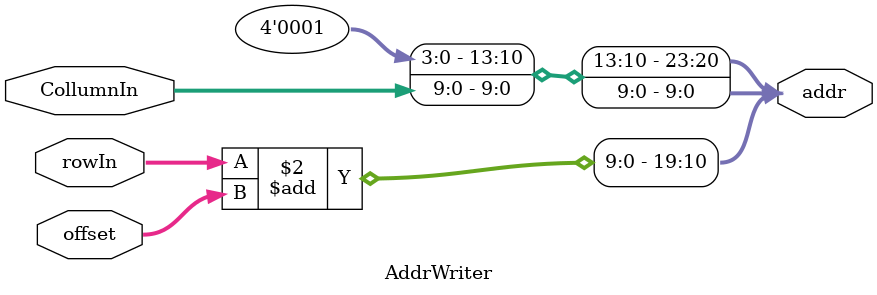
<source format=v>
module AddrWriter(
    input [9:0] rowIn,       
    input [9:0] CollumnIn,   
    input [9:0] offset,      
    
    output reg [24-1:0] addr  // Calculated address output
);

parameter ROW_WIDTH = 13;
parameter COL_WIDTH = 9;
parameter BANK_WIDTH = 2;

parameter HADDR_WIDTH = BANK_WIDTH + ROW_WIDTH + COL_WIDTH;

always @(*)
begin
    addr = {2'b01, rowIn + offset, CollumnIn}; // Concatenating bank (2'b01), row + offset, and column
end

endmodule

</source>
